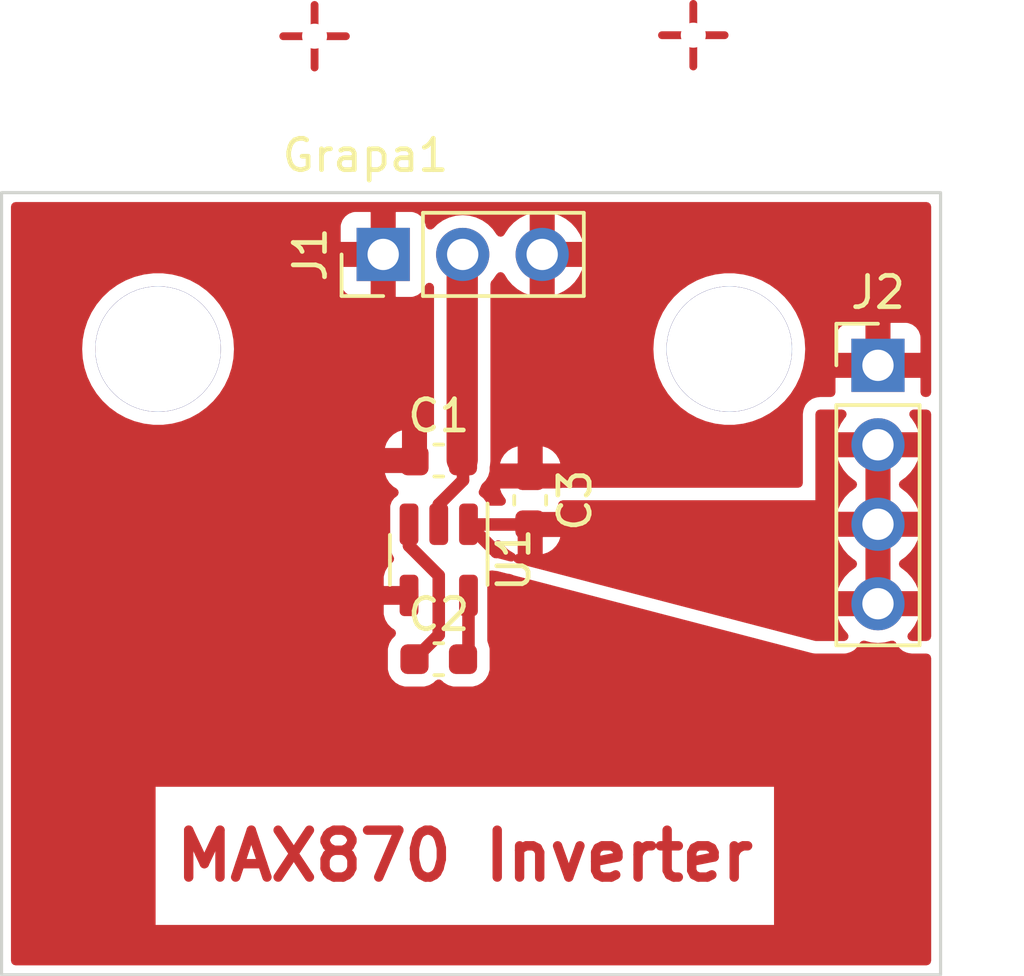
<source format=kicad_pcb>
(kicad_pcb (version 20211014) (generator pcbnew)
  (layers (0 "F.Cu" signal) (31 "B.Cu" signal) (34 "B.Paste" user) (35 "F.Paste" user) (36 "B.SilkS" user "B.Silkscreen") (37 "F.SilkS" user "F.Silkscreen") (38 "B.Mask" user) (39 "F.Mask" user) (44 "Edge.Cuts" user))
  (net 0 "")
  (net 1 "GND")
  (net 2 "/Vin")
  (net 3 "/Inv_C-")
  (net 4 "/Inv_C+")
  (net 5 "/Vout")
  (footprint "Package_TO_SOT_SMD:SOT-23-5" (layer "F.Cu") (at 138.9675 116.7375 -90)
    (fp_text reference "U1" (at 0 -2.4 90) (layer "F.SilkS"))
    (fp_text value "MAX870EUK")
    (fp_line (start 0 1.56) (end -0.8 1.56) (layer "F.SilkS") (width 0.12))
    (fp_line (start 0 -1.56) (end 0.8 -1.56) (layer "F.SilkS") (width 0.12))
    (fp_line (start 0 -1.56) (end -1.8 -1.56) (layer "F.SilkS") (width 0.12))
    (fp_line (start 0 1.56) (end 0.8 1.56) (layer "F.SilkS") (width 0.12))
    (pad "1" smd roundrect (at -1.1375 -0.95 270) (size 1.325 0.6) (layers "F.Cu" "F.Paste" "F.Mask") (net 5 "/Vout"))
    (pad "2" smd roundrect (at -1.1375 0 270) (size 1.325 0.6) (layers "F.Cu" "F.Paste" "F.Mask") (net 2 "/Vin"))
    (pad "3" smd roundrect (at -1.1375 0.95 270) (size 1.325 0.6) (layers "F.Cu" "F.Paste" "F.Mask") (net 3 "/Inv_C-"))
    (pad "4" smd roundrect (at 1.1375 0.95 270) (size 1.325 0.6) (layers "F.Cu" "F.Paste" "F.Mask") (net 1 "GND"))
    (pad "5" smd roundrect (at 1.1375 -0.95 270) (size 1.325 0.6) (layers "F.Cu" "F.Paste" "F.Mask") (net 4 "/Inv_C+"))
  )
  (footprint "GGS_Miscellaneous:Grapa_0.8mm_11.9mm" (layer "F.Cu") (at 135 100)
    (fp_text reference "Grapa1" (at 1.6256 3.81 unlocked) (layer "F.SilkS"))
    (fp_text value "Grapa_D3")
    (fp_line (start 12.1 -1.032701) (end 12.1 0.967299) (layer "F.Cu") (width 0.25))
    (fp_line (start 1 0) (end -1 0) (layer "F.Cu") (width 0.25))
    (fp_line (start 13.1 -0.032701) (end 11.1 -0.032701) (layer "F.Cu") (width 0.25))
    (fp_line (start 0 -1) (end 0 1) (layer "F.Cu") (width 0.25))
    (pad "" np_thru_hole circle (at 12.1 -0.032701) (size 0.8 0.8) (drill 0.8) (layers F&B.Cu *.Mask))
    (pad "" np_thru_hole circle (at 0 0) (size 0.8 0.8) (drill 0.8) (layers F&B.Cu *.Mask))
  )
  (footprint "Connector_PinHeader_2.54mm:PinHeader_1x04_P2.54mm_Vertical" (layer "F.Cu") (at 153 110.52)
    (fp_text reference "J2" (at 0 -2.33) (layer "F.SilkS"))
    (fp_text value "Conn_01x04")
    (fp_line (start -1.33 -1.33) (end 0 -1.33) (layer "F.SilkS") (width 0.12))
    (fp_line (start -1.33 8.95) (end 1.33 8.95) (layer "F.SilkS") (width 0.12))
    (fp_line (start 1.33 1.27) (end 1.33 8.95) (layer "F.SilkS") (width 0.12))
    (fp_line (start -1.33 1.27) (end -1.33 8.95) (layer "F.SilkS") (width 0.12))
    (fp_line (start -1.33 1.27) (end 1.33 1.27) (layer "F.SilkS") (width 0.12))
    (fp_line (start -1.33 0) (end -1.33 -1.33) (layer "F.SilkS") (width 0.12))
    (pad "1" thru_hole rect (at 0 0) (size 1.7 1.7) (drill 1) (layers *.Cu *.Mask) (net 1 "GND"))
    (pad "2" thru_hole oval (at 0 2.54) (size 1.7 1.7) (drill 1) (layers *.Cu *.Mask) (net 5 "/Vout"))
    (pad "3" thru_hole oval (at 0 5.08) (size 1.7 1.7) (drill 1) (layers *.Cu *.Mask) (net 5 "/Vout"))
    (pad "4" thru_hole oval (at 0 7.62) (size 1.7 1.7) (drill 1) (layers *.Cu *.Mask) (net 5 "/Vout"))
  )
  (footprint "Connector_PinHeader_2.54mm:PinHeader_1x03_P2.54mm_Vertical" (layer "F.Cu") (at 137.1925 106.975 90)
    (fp_text reference "J1" (at 0 -2.33 90) (layer "F.SilkS"))
    (fp_text value "Conn_01x03")
    (fp_line (start 1.33 1.27) (end 1.33 6.41) (layer "F.SilkS") (width 0.12))
    (fp_line (start -1.33 6.41) (end 1.33 6.41) (layer "F.SilkS") (width 0.12))
    (fp_line (start -1.33 1.27) (end -1.33 6.41) (layer "F.SilkS") (width 0.12))
    (fp_line (start -1.33 1.27) (end 1.33 1.27) (layer "F.SilkS") (width 0.12))
    (fp_line (start -1.33 0) (end -1.33 -1.33) (layer "F.SilkS") (width 0.12))
    (fp_line (start -1.33 -1.33) (end 0 -1.33) (layer "F.SilkS") (width 0.12))
    (pad "1" thru_hole rect (at 0 0 90) (size 1.7 1.7) (drill 1) (layers *.Cu *.Mask) (net 1 "GND"))
    (pad "2" thru_hole oval (at 0 2.54 90) (size 1.7 1.7) (drill 1) (layers *.Cu *.Mask) (net 2 "/Vin"))
    (pad "3" thru_hole oval (at 0 5.08 90) (size 1.7 1.7) (drill 1) (layers *.Cu *.Mask) (net 1 "GND"))
  )
  (footprint "Capacitor_SMD:C_0603_1608Metric" (layer "F.Cu") (at 138.9675 113.5625)
    (fp_text reference "C1" (at 0 -1.43) (layer "F.SilkS"))
    (fp_text value "0.33uF")
    (fp_line (start -0.14058 -0.51) (end 0.14058 -0.51) (layer "F.SilkS") (width 0.12))
    (fp_line (start -0.14058 0.51) (end 0.14058 0.51) (layer "F.SilkS") (width 0.12))
    (pad "1" smd roundrect (at -0.775 0) (size 0.9 0.95) (layers "F.Cu" "F.Paste" "F.Mask") (net 1 "GND"))
    (pad "2" smd roundrect (at 0.775 0) (size 0.9 0.95) (layers "F.Cu" "F.Paste" "F.Mask") (net 2 "/Vin"))
  )
  (footprint "Capacitor_SMD:C_0603_1608Metric" (layer "F.Cu") (at 138.9675 119.9125)
    (fp_text reference "C2" (at 0 -1.43) (layer "F.SilkS"))
    (fp_text value "1uF")
    (fp_line (start -0.14058 -0.51) (end 0.14058 -0.51) (layer "F.SilkS") (width 0.12))
    (fp_line (start -0.14058 0.51) (end 0.14058 0.51) (layer "F.SilkS") (width 0.12))
    (pad "1" smd roundrect (at -0.775 0) (size 0.9 0.95) (layers "F.Cu" "F.Paste" "F.Mask") (net 3 "/Inv_C-"))
    (pad "2" smd roundrect (at 0.775 0) (size 0.9 0.95) (layers "F.Cu" "F.Paste" "F.Mask") (net 4 "/Inv_C+"))
  )
  (footprint "Capacitor_SMD:C_0603_1608Metric" (layer "F.Cu") (at 141.8885 114.8325 -90)
    (fp_text reference "C3" (at 0 -1.43 90) (layer "F.SilkS"))
    (fp_text value "1uF")
    (fp_line (start -0.14058 0.51) (end 0.14058 0.51) (layer "F.SilkS") (width 0.12))
    (fp_line (start -0.14058 -0.51) (end 0.14058 -0.51) (layer "F.SilkS") (width 0.12))
    (pad "1" smd roundrect (at -0.775 0 270) (size 0.9 0.95) (layers "F.Cu" "F.Paste" "F.Mask") (net 1 "GND"))
    (pad "2" smd roundrect (at 0.775 0 270) (size 0.9 0.95) (layers "F.Cu" "F.Paste" "F.Mask") (net 5 "/Vout"))
  )
  (gr_rect (start 125 105) (end 155 130) (layer "Edge.Cuts") (width 0.1) (fill none))
  (gr_text "MAX870 Inverter" (at 139.8 126.2) (layer "F.Cu") (effects (font (size 1.5 1.5) (thickness 0.3))))
  (via (at 130 110) (size 4.01) (drill 4) (layers "F.Cu" "B.Cu") (net 0))
  (via (at 148.25 110) (size 4.01) (drill 4) (layers "F.Cu" "B.Cu") (net 0))
  (segment (start 138.9675 114.968941) (end 138.9675 115.6) (width 0.4) (layer "F.Cu") (net 2))
  (segment (start 139.7425 113.5625) (end 139.7175 113.5375) (width 0.4) (layer "F.Cu") (net 2))
  (segment (start 139.7425 113.5625) (end 139.7425 114.193941) (width 0.4) (layer "F.Cu") (net 2))
  (segment (start 139.7425 114.193941) (end 138.9675 114.968941) (width 0.4) (layer "F.Cu") (net 2))
  (segment (start 139.7175 113.5375) (end 139.7175 106.975) (width 1) (layer "F.Cu") (net 2))
  (segment (start 138.9675 119.1375) (end 138.9675 117.2375) (width 0.4) (layer "F.Cu") (net 3))
  (segment (start 138.1925 119.9125) (end 138.9675 119.1375) (width 0.4) (layer "F.Cu") (net 3))
  (segment (start 138.0175 116.2875) (end 138.0175 115.6) (width 0.4) (layer "F.Cu") (net 3))
  (segment (start 138.9675 117.2375) (end 138.0175 116.2875) (width 0.4) (layer "F.Cu") (net 3))
  (segment (start 139.9175 119.7375) (end 139.7425 119.9125) (width 0.4) (layer "F.Cu") (net 4))
  (segment (start 139.9175 117.875) (end 139.9175 119.7375) (width 0.4) (layer "F.Cu") (net 4))
  (segment (start 139.9175 115.6) (end 140.805 116.4875) (width 0.4) (layer "F.Cu") (net 5))
  (segment (start 139.925 115.6075) (end 139.9175 115.6) (width 0.4) (layer "F.Cu") (net 5))
  (segment (start 141.8885 115.6075) (end 139.925 115.6075) (width 0.4) (layer "F.Cu") (net 5))
  (segment (start 140.805 116.4875) (end 140.9675 116.4875) (width 0.4) (layer "F.Cu") (net 5))
  (segment (start 139.9175 115.6) (end 140 115.5175) (width 0.4) (layer "F.Cu") (net 5))
  (zone (net 5) (net_name "/Vout") (layer "F.Cu") (priority 1) (connect_pads (clearance 0.3)) (min_thickness 0.3) (fill yes (thermal_gap 0.508) (thermal_bridge_width 0.8))
    (polygon (pts (xy 155 119.332743) (xy 151 119.332743) (xy 139.5 116.332743) (xy 139.5 114.832743) (xy 151 114.832743) (xy 151 111.932743) (xy 155 111.932743)))
  )
  (zone (net 1) (net_name "GND") (layer "F.Cu") (connect_pads (clearance 0.3)) (min_thickness 0.3) (fill yes (thermal_gap 0.508) (thermal_bridge_width 0.8))
    (polygon (pts (xy 155 130) (xy 125 130) (xy 125 105) (xy 155 105)))
  )
)
</source>
